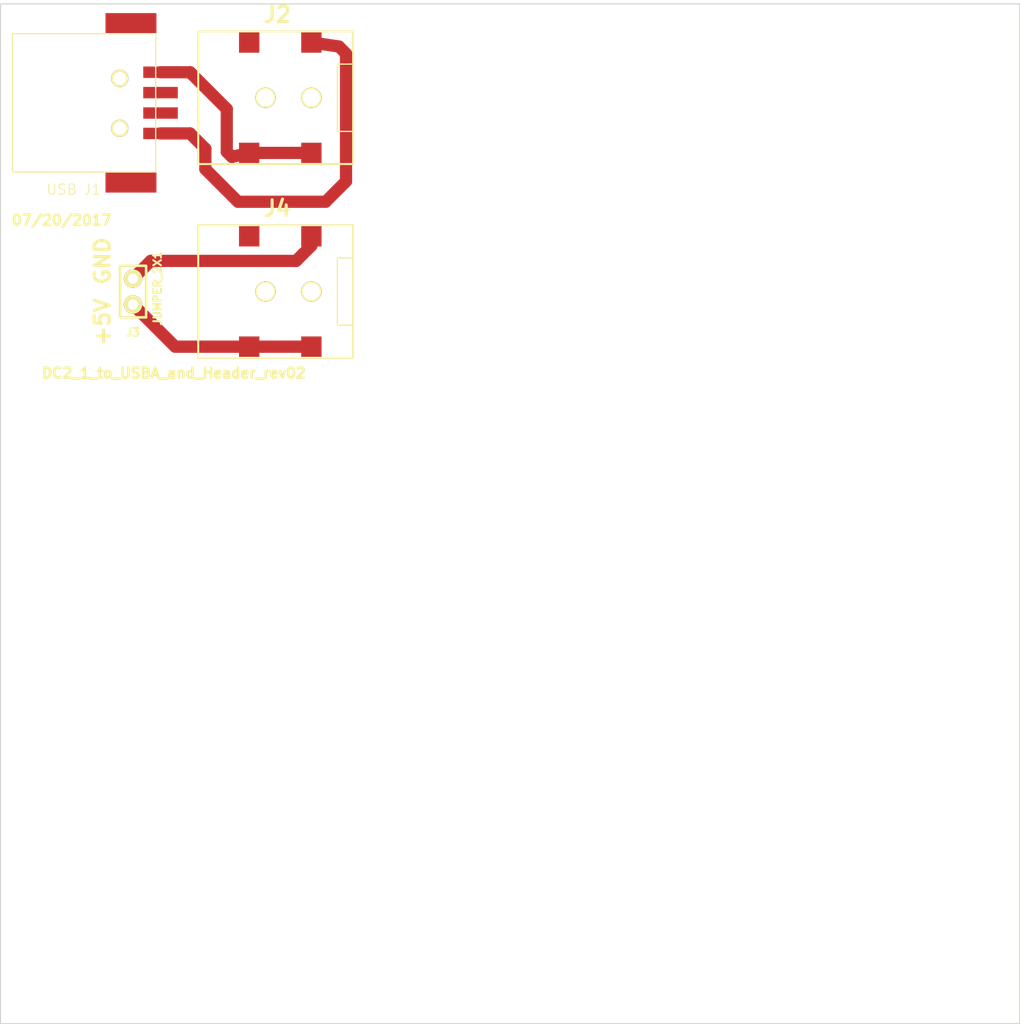
<source format=kicad_pcb>
(kicad_pcb (version 4) (host pcbnew 4.0.6-e0-6349~53~ubuntu16.04.1)

  (general
    (links 6)
    (no_connects 0)
    (area 19.949999 17.54232 120.050001 117.850001)
    (thickness 1.6)
    (drawings 8)
    (tracks 23)
    (zones 0)
    (modules 4)
    (nets 9)
  )

  (page A)
  (layers
    (0 F.Cu signal)
    (31 B.Cu signal)
    (32 B.Adhes user)
    (33 F.Adhes user)
    (34 B.Paste user)
    (35 F.Paste user)
    (36 B.SilkS user)
    (37 F.SilkS user)
    (38 B.Mask user)
    (39 F.Mask user)
    (40 Dwgs.User user)
    (41 Cmts.User user)
    (42 Eco1.User user)
    (43 Eco2.User user)
    (44 Edge.Cuts user)
  )

  (setup
    (last_trace_width 0.25)
    (user_trace_width 0.1)
    (user_trace_width 0.2)
    (user_trace_width 0.25)
    (user_trace_width 0.3)
    (user_trace_width 0.35)
    (user_trace_width 0.4)
    (user_trace_width 0.5)
    (user_trace_width 0.6)
    (user_trace_width 0.7)
    (user_trace_width 1)
    (user_trace_width 1.2)
    (user_trace_width 1.4)
    (trace_clearance 0.08)
    (zone_clearance 0.6)
    (zone_45_only no)
    (trace_min 0.1)
    (segment_width 0.2)
    (edge_width 0.1)
    (via_size 0.7)
    (via_drill 0.4)
    (via_min_size 0.7)
    (via_min_drill 0.4)
    (uvia_size 0.4)
    (uvia_drill 0.127)
    (uvias_allowed no)
    (uvia_min_size 0.4)
    (uvia_min_drill 0.127)
    (pcb_text_width 0.3)
    (pcb_text_size 1.5 1.5)
    (mod_edge_width 0.15)
    (mod_text_size 1 1)
    (mod_text_width 0.15)
    (pad_size 0.6 1.35)
    (pad_drill 0)
    (pad_to_mask_clearance 0)
    (pad_to_paste_clearance_ratio -0.1)
    (aux_axis_origin 0 0)
    (visible_elements 7FFFFFFF)
    (pcbplotparams
      (layerselection 0x000fc_80000001)
      (usegerberextensions false)
      (excludeedgelayer true)
      (linewidth 0.150000)
      (plotframeref false)
      (viasonmask false)
      (mode 1)
      (useauxorigin false)
      (hpglpennumber 1)
      (hpglpenspeed 20)
      (hpglpendiameter 15)
      (hpglpenoverlay 2)
      (psnegative false)
      (psa4output false)
      (plotreference true)
      (plotvalue true)
      (plotinvisibletext false)
      (padsonsilk false)
      (subtractmaskfromsilk false)
      (outputformat 1)
      (mirror false)
      (drillshape 0)
      (scaleselection 1)
      (outputdirectory PCB))
  )

  (net 0 "")
  (net 1 "Net-(J1-Pad4)")
  (net 2 "Net-(J1-Pad1)")
  (net 3 "Net-(J1-Pad2)")
  (net 4 "Net-(J1-Pad3)")
  (net 5 "Net-(J2-Pad3)")
  (net 6 "Net-(J3-Pad2)")
  (net 7 "Net-(J3-Pad1)")
  (net 8 "Net-(J4-Pad3)")

  (net_class Default "This is the default net class."
    (clearance 0.08)
    (trace_width 0.25)
    (via_dia 0.7)
    (via_drill 0.4)
    (uvia_dia 0.4)
    (uvia_drill 0.127)
    (add_net "Net-(J1-Pad1)")
    (add_net "Net-(J1-Pad2)")
    (add_net "Net-(J1-Pad3)")
    (add_net "Net-(J1-Pad4)")
    (add_net "Net-(J2-Pad3)")
    (add_net "Net-(J3-Pad1)")
    (add_net "Net-(J3-Pad2)")
    (add_net "Net-(J4-Pad3)")
  )

  (module ted_connectors:TED_2.1mm_DC_SMD (layer F.Cu) (tedit 0) (tstamp 56CD28A3)
    (at 47 27)
    (path /56CD4F87)
    (fp_text reference J2 (at 0.15748 -8.15848) (layer F.SilkS)
      (effects (font (thickness 0.3048)))
    )
    (fp_text value DC_2.1mm_3pin (at 0.1016 8.49884) (layer F.SilkS) hide
      (effects (font (thickness 0.3048)))
    )
    (fp_line (start 7.6 -3.3) (end 6.05 -3.3) (layer F.SilkS) (width 0.127))
    (fp_line (start 6.05 -3.3) (end 6.05 3.3) (layer F.SilkS) (width 0.127))
    (fp_line (start 6.05 3.3) (end 7.575 3.3) (layer F.SilkS) (width 0.127))
    (fp_line (start -7.59968 -6.5024) (end 7.59968 -6.5024) (layer F.SilkS) (width 0.20066))
    (fp_line (start 7.59968 -6.5024) (end 7.59968 6.5024) (layer F.SilkS) (width 0.20066))
    (fp_line (start 7.59968 6.5024) (end -7.59968 6.5024) (layer F.SilkS) (width 0.20066))
    (fp_line (start -7.59968 6.5024) (end -7.59968 -6.5024) (layer F.SilkS) (width 0.20066))
    (pad "" np_thru_hole circle (at -1.00076 0) (size 1.99898 1.99898) (drill 1.69926) (layers *.Cu *.Mask F.SilkS))
    (pad 1 smd rect (at 3.50012 5.4102) (size 1.99898 1.99898) (layers F.Cu F.Paste F.Mask)
      (net 2 "Net-(J1-Pad1)"))
    (pad 1 smd rect (at -2.60096 5.4102) (size 1.99898 1.99898) (layers F.Cu F.Paste F.Mask)
      (net 2 "Net-(J1-Pad1)"))
    (pad 2 smd rect (at 3.50012 -5.41528) (size 1.99898 1.99898) (layers F.Cu F.Paste F.Mask)
      (net 1 "Net-(J1-Pad4)"))
    (pad 3 smd rect (at -2.60096 -5.41528) (size 1.99898 1.99898) (layers F.Cu F.Paste F.Mask)
      (net 5 "Net-(J2-Pad3)"))
    (pad "" np_thru_hole circle (at 3.50012 0) (size 1.99898 1.99898) (drill 1.69926) (layers *.Cu *.Mask F.SilkS))
  )

  (module ted_connectors:TED_USB_A_SMD (layer F.Cu) (tedit 59717FD6) (tstamp 56D28776)
    (at 28.2 27.5 270)
    (path /56D124C7)
    (fp_text reference J1 (at 8.5 -0.8 360) (layer F.SilkS)
      (effects (font (size 1.00076 1.00076) (thickness 0.09906)))
    )
    (fp_text value USB (at 8.5 2.2 360) (layer F.SilkS)
      (effects (font (size 1.00076 1.00076) (thickness 0.09906)))
    )
    (fp_line (start -6.775 -7.03) (end 6.775 -7.03) (layer F.SilkS) (width 0.127))
    (fp_line (start 6.775 -7.03) (end 6.775 7.03) (layer F.SilkS) (width 0.127))
    (fp_line (start 6.775 7.03) (end -6.775 7.03) (layer F.SilkS) (width 0.127))
    (fp_line (start -6.775 -7.03) (end -6.775 7.03) (layer F.SilkS) (width 0.127))
    (pad GP smd rect (at 7.8 -4.6 270) (size 2 5) (layers F.Cu F.Paste F.Mask))
    (pad GP smd rect (at -7.8 -4.6 270) (size 2 5) (layers F.Cu F.Paste F.Mask))
    (pad "" np_thru_hole circle (at 2.5 -3.5 270) (size 1.7 1.7) (drill 1.3) (layers *.Cu *.Mask F.SilkS))
    (pad 4 smd rect (at 3 -7.5 270) (size 1.12 3.39) (layers F.Cu F.Paste F.Mask)
      (net 1 "Net-(J1-Pad4)"))
    (pad 1 smd rect (at -3 -7.5 270) (size 1.12 3.39) (layers F.Cu F.Paste F.Mask)
      (net 2 "Net-(J1-Pad1)"))
    (pad 2 smd rect (at -1 -7.5 270) (size 1.12 3.39) (layers F.Cu F.Paste F.Mask)
      (net 3 "Net-(J1-Pad2)"))
    (pad 3 smd rect (at 1 -7.5 270) (size 1.12 3.39) (layers F.Cu F.Paste F.Mask)
      (net 4 "Net-(J1-Pad3)"))
    (pad "" np_thru_hole circle (at -2.4 -3.5 270) (size 1.7 1.7) (drill 1.3) (layers *.Cu *.Mask F.SilkS))
  )

  (module ted_connectors:TED_HEADER_2x1 (layer F.Cu) (tedit 59718028) (tstamp 59717FFB)
    (at 33 46 90)
    (path /59717F33)
    (fp_text reference J3 (at -4 0 180) (layer F.SilkS)
      (effects (font (size 0.762 0.762) (thickness 0.1905)))
    )
    (fp_text value JUMPER_2X1 (at 0.3 2.4 90) (layer F.SilkS)
      (effects (font (size 0.762 0.762) (thickness 0.1905)))
    )
    (fp_line (start 2.5 -1.27) (end -2.5 -1.27) (layer F.SilkS) (width 0.254))
    (fp_line (start 2.52 -1.27) (end 2.52 1.27) (layer F.SilkS) (width 0.254))
    (fp_line (start 2.5 1.28524) (end -2.5 1.28524) (layer F.SilkS) (width 0.254))
    (fp_line (start -2.53524 1.28524) (end -2.53524 -1.27508) (layer F.SilkS) (width 0.254))
    (pad 2 thru_hole circle (at 1.25984 0 90) (size 1.8 1.8) (drill 1) (layers *.Cu *.Mask F.SilkS)
      (net 6 "Net-(J3-Pad2)"))
    (pad 1 thru_hole circle (at -1.28016 0 90) (size 1.8 1.8) (drill 1) (layers *.Cu *.Mask F.SilkS)
      (net 7 "Net-(J3-Pad1)"))
  )

  (module ted_connectors:TED_2.1mm_DC_SMD (layer F.Cu) (tedit 0) (tstamp 59718005)
    (at 47 46)
    (path /59717F1F)
    (fp_text reference J4 (at 0.15748 -8.15848) (layer F.SilkS)
      (effects (font (thickness 0.3048)))
    )
    (fp_text value DC_2.1mm_3pin (at 0.1016 8.49884) (layer F.SilkS) hide
      (effects (font (thickness 0.3048)))
    )
    (fp_line (start 7.6 -3.3) (end 6.05 -3.3) (layer F.SilkS) (width 0.127))
    (fp_line (start 6.05 -3.3) (end 6.05 3.3) (layer F.SilkS) (width 0.127))
    (fp_line (start 6.05 3.3) (end 7.575 3.3) (layer F.SilkS) (width 0.127))
    (fp_line (start -7.59968 -6.5024) (end 7.59968 -6.5024) (layer F.SilkS) (width 0.20066))
    (fp_line (start 7.59968 -6.5024) (end 7.59968 6.5024) (layer F.SilkS) (width 0.20066))
    (fp_line (start 7.59968 6.5024) (end -7.59968 6.5024) (layer F.SilkS) (width 0.20066))
    (fp_line (start -7.59968 6.5024) (end -7.59968 -6.5024) (layer F.SilkS) (width 0.20066))
    (pad "" np_thru_hole circle (at -1.00076 0) (size 1.99898 1.99898) (drill 1.69926) (layers *.Cu *.Mask F.SilkS))
    (pad 1 smd rect (at 3.50012 5.4102) (size 1.99898 1.99898) (layers F.Cu F.Paste F.Mask)
      (net 7 "Net-(J3-Pad1)"))
    (pad 1 smd rect (at -2.60096 5.4102) (size 1.99898 1.99898) (layers F.Cu F.Paste F.Mask)
      (net 7 "Net-(J3-Pad1)"))
    (pad 2 smd rect (at 3.50012 -5.41528) (size 1.99898 1.99898) (layers F.Cu F.Paste F.Mask)
      (net 6 "Net-(J3-Pad2)"))
    (pad 3 smd rect (at -2.60096 -5.41528) (size 1.99898 1.99898) (layers F.Cu F.Paste F.Mask)
      (net 8 "Net-(J4-Pad3)"))
    (pad "" np_thru_hole circle (at 3.50012 0) (size 1.99898 1.99898) (drill 1.69926) (layers *.Cu *.Mask F.SilkS))
  )

  (gr_text 07/20/2017 (at 26 39) (layer F.SilkS)
    (effects (font (size 1 1) (thickness 0.25)))
  )
  (gr_text DC2_1_to_USBA_and_Header_rev02 (at 37 54) (layer F.SilkS)
    (effects (font (size 1 1) (thickness 0.25)))
  )
  (gr_text +5V (at 30 49 90) (layer F.SilkS)
    (effects (font (size 1.5 1.5) (thickness 0.3)))
  )
  (gr_text GND (at 30 43 90) (layer F.SilkS)
    (effects (font (size 1.5 1.5) (thickness 0.3)))
  )
  (gr_line (start 120 17.8) (end 20 17.8) (angle 90) (layer Edge.Cuts) (width 0.1) (tstamp 524E6209))
  (gr_line (start 120 117.8) (end 120 17.8) (angle 90) (layer Edge.Cuts) (width 0.1) (tstamp 524E6225))
  (gr_line (start 20 117.8) (end 120 117.8) (angle 90) (layer Edge.Cuts) (width 0.1))
  (gr_line (start 20 17.8) (end 20 117.8) (angle 90) (layer Edge.Cuts) (width 0.1))

  (segment (start 35.7 30.5) (end 38.595 30.5) (width 1.2) (layer F.Cu) (net 1))
  (segment (start 40.1 34) (end 43.3 37.2) (width 1.2) (layer F.Cu) (net 1))
  (segment (start 38.595 30.5) (end 40.1 32.005) (width 1.2) (layer F.Cu) (net 1))
  (segment (start 53.20057 21.97452) (end 50.50012 21.58472) (width 1.2) (layer F.Cu) (net 1) (status 20))
  (segment (start 40.1 32.005) (end 40.1 34) (width 1.2) (layer F.Cu) (net 1))
  (segment (start 43.3 37.2) (end 51.9 37.2) (width 1.2) (layer F.Cu) (net 1))
  (segment (start 51.9 37.2) (end 53.9 35.2) (width 1.2) (layer F.Cu) (net 1))
  (segment (start 53.9 35.2) (end 53.9 22.67395) (width 1.2) (layer F.Cu) (net 1))
  (segment (start 53.9 22.67395) (end 53.20057 21.97452) (width 1.2) (layer F.Cu) (net 1))
  (segment (start 44.39904 32.4102) (end 50.50012 32.4102) (width 1.2) (layer F.Cu) (net 2) (status 30))
  (segment (start 38.595 24.5) (end 42.2 28.105) (width 1.2) (layer F.Cu) (net 2))
  (segment (start 42.2 28.105) (end 42.2 32.29949) (width 1.2) (layer F.Cu) (net 2))
  (segment (start 42.2 32.29949) (end 42.70051 32.8) (width 1.2) (layer F.Cu) (net 2))
  (segment (start 42.70051 32.8) (end 44.39904 32.4102) (width 1.2) (layer F.Cu) (net 2) (status 20))
  (segment (start 35.7 24.5) (end 38.595 24.5) (width 1.2) (layer F.Cu) (net 2))
  (segment (start 38.595 24.5) (end 38.895 24.8) (width 1.2) (layer F.Cu) (net 2))
  (segment (start 50.50012 40.58472) (end 50.50012 41.49988) (width 1.2) (layer F.Cu) (net 6))
  (segment (start 50.50012 41.49988) (end 49 43) (width 1.2) (layer F.Cu) (net 6) (tstamp 59718019))
  (segment (start 49 43) (end 34.74016 43) (width 1.2) (layer F.Cu) (net 6) (tstamp 5971801A))
  (segment (start 34.74016 43) (end 33 44.74016) (width 1.2) (layer F.Cu) (net 6) (tstamp 5971801B))
  (segment (start 44.39904 51.4102) (end 37.13004 51.4102) (width 1.2) (layer F.Cu) (net 7))
  (segment (start 37.13004 51.4102) (end 33 47.28016) (width 1.2) (layer F.Cu) (net 7) (tstamp 59718020))
  (segment (start 50.50012 51.4102) (end 44.39904 51.4102) (width 1.2) (layer F.Cu) (net 7))

)

</source>
